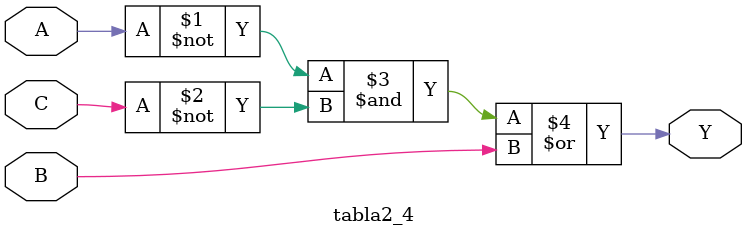
<source format=v>
module tabla1_1(input wire A, B, C, output wire Y);
  
//   Elementos
// reg A, B, C;
 
 wire w1,w2,w3,w4,w5,w6,w7;
// compuertas    
not U1 (w1, A);					//A'
not U2 (w2, B);					//B'
not U3 (w3, C);					//C'
and a1 (w4, w1, w3);			//A'C'
and a2 (w5, w2, w3);			//B'C'
and a3 (w6, A, C);				//AC
or  o1 (Y, w4, w5, w6);			//Salida

endmodule



// -----------------------------------
// Ejercicio 1 Tabla 2/Gate Level Modelling
// -----------------------------------

module tabla1_2(input wire A, B, C, output wire Y);
  
// compuertas    
not U2 (Y, B);					//B'=Salida

endmodule

// -----------------------------------
// Ejercicio 1 Tabla 3/Gate Level Modelling
// -----------------------------------
module tabla1_3(input wire A, B, C, D, output wire Y);
  
//   Elementos
// reg A, B, C, D;
 wire w1,w2,w3,w4,w5,w6,w7,w8,w9,w10,w11,w12;
// compuertas    
not U1 (w1, A);					//A'
not U2 (w2, B);					//B'
not U3 (w3, C);					//C'
not U4 (w4, D);					//D'
and a1 (w5, w1, w2, w3, w4);	//A'B'C'D'
and a2 (w6, w1, w2, C, D);		//A´B´CD
and a3 (w7, w1, B, w3, D);		//A'BC'D
and a4 (w8, w1, B, C ,w4);		//A'BCD'
and a5 (w9, A, B, w3, w4);		//ABC'D'
and a6 (w10, A, B, C, D);		//ABCD
and a7 (w11, A, w2, w3, D);		//AB'C'D
and a8 (w12, A, w2, C, w4);		//AB'CD'
or  o1 (Y, w5,w6,w7,w8,w9,w10,w11,w12); 		//Salida

endmodule

// -----------------------------------
// Ejercicio 1 Tabla 4/Gate Level Modelling
// -----------------------------------
module tabla1_4(input wire A, B, C, D, output wire J);
  
//   Elementos
 wire j1,j2,j3,j4;
// compuertas    
not U1 (j1, D);					//D'
and a1 (j2, A, j1);				//AD'
and a2 (j3, A, C);				//AC
and a3 (j4, A, B);				//AB
or  o1 (J, j2, j3, j4);			//AD'+AC+AB
  
endmodule


// -----------------------------------
// Ejercicio 2 Tabla 1/Operadores Logicos
// -----------------------------------
module tabla2_1(input wire A,B,C,D, output wire Y);	
	
assign Y = (~B&~C&~D) | (A&~B) | (A&~C) | (A&~D);
   
endmodule

// -----------------------------------
// Ejercicio 2 Tabla 2/Operadores Logicos
// -----------------------------------
module tabla2_2(input wire A,B,C, output wire Y);
	
	assign Y = ~B | C;
	
endmodule

// -----------------------------------
// Ejercicio 2 Tabla 3/Operadores Logicos
// -----------------------------------
module tabla2_3(input wire A,B,C,D, output wire Y);

	assign Y = B | D ;
  
endmodule

// -----------------------------------
// Ejercicio 2 Tabla 4/Operadores Logicos
// -----------------------------------
module tabla2_4(input wire A,B,C, output wire Y);

	assign Y = ~A&~C | B ;
  
endmodule
</source>
